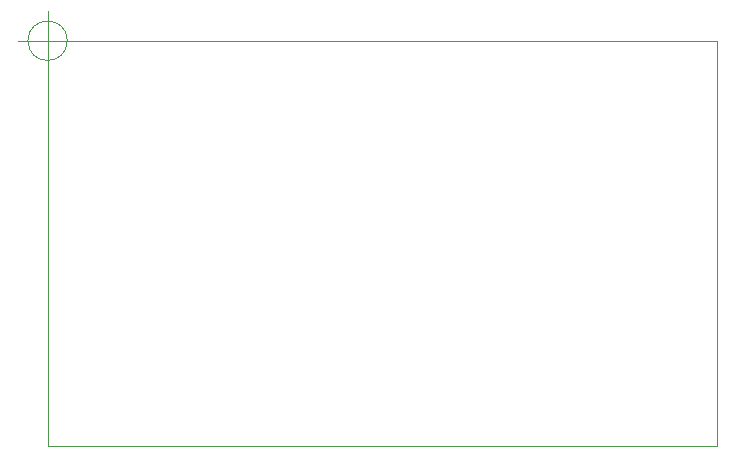
<source format=gbr>
G04 #@! TF.GenerationSoftware,KiCad,Pcbnew,(5.0.0)*
G04 #@! TF.CreationDate,2018-09-03T01:16:15-03:00*
G04 #@! TF.ProjectId,Signal,5369676E616C2E6B696361645F706362,rev?*
G04 #@! TF.SameCoordinates,Original*
G04 #@! TF.FileFunction,Profile,NP*
%FSLAX46Y46*%
G04 Gerber Fmt 4.6, Leading zero omitted, Abs format (unit mm)*
G04 Created by KiCad (PCBNEW (5.0.0)) date 09/03/18 01:16:15*
%MOMM*%
%LPD*%
G01*
G04 APERTURE LIST*
%ADD10C,0.100000*%
G04 APERTURE END LIST*
D10*
X25024829Y-11957779D02*
G75*
G03X25024829Y-11957779I-1666666J0D01*
G01*
X20858163Y-11957779D02*
X25858163Y-11957779D01*
X23358163Y-9457779D02*
X23358163Y-14457779D01*
X80010000Y-46228000D02*
X80010000Y-11938000D01*
X23368000Y-46228000D02*
X80010000Y-46228000D01*
X23368000Y-11938000D02*
X23368000Y-46228000D01*
X80010000Y-11938000D02*
X23368000Y-11938000D01*
M02*

</source>
